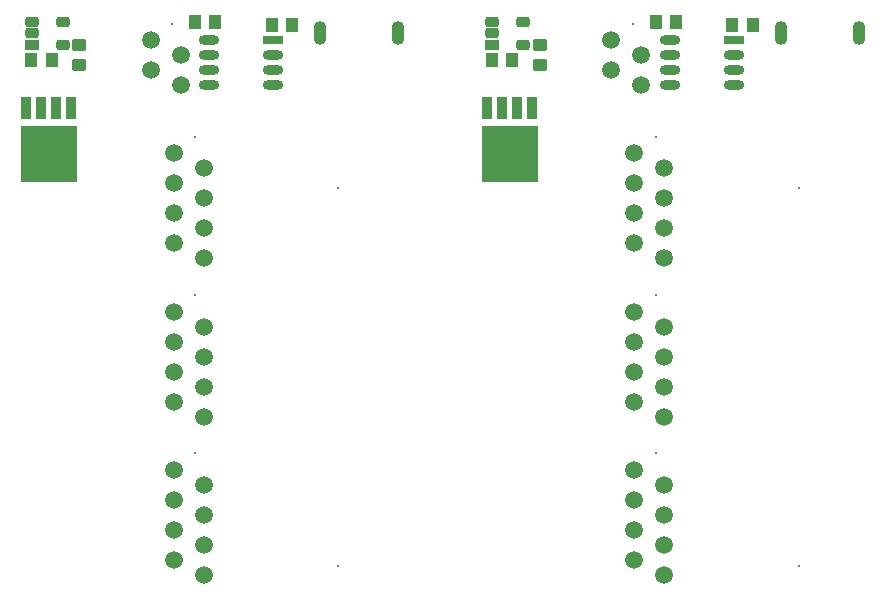
<source format=gbs>
G04*
G04 #@! TF.GenerationSoftware,Altium Limited,Altium Designer,21.6.1 (37)*
G04*
G04 Layer_Color=16711935*
%FSLAX25Y25*%
%MOIN*%
G70*
G04*
G04 #@! TF.SameCoordinates,FC2F02F7-AC22-4359-8BDB-CA83A4D5B66C*
G04*
G04*
G04 #@! TF.FilePolarity,Negative*
G04*
G01*
G75*
G04:AMPARAMS|DCode=42|XSize=47.24mil|YSize=43.31mil|CornerRadius=8.37mil|HoleSize=0mil|Usage=FLASHONLY|Rotation=0.000|XOffset=0mil|YOffset=0mil|HoleType=Round|Shape=RoundedRectangle|*
%AMROUNDEDRECTD42*
21,1,0.04724,0.02657,0,0,0.0*
21,1,0.03051,0.04331,0,0,0.0*
1,1,0.01673,0.01526,-0.01329*
1,1,0.01673,-0.01526,-0.01329*
1,1,0.01673,-0.01526,0.01329*
1,1,0.01673,0.01526,0.01329*
%
%ADD42ROUNDEDRECTD42*%
%ADD46O,0.04331X0.07874*%
%ADD47C,0.00787*%
%ADD48C,0.05906*%
G04:AMPARAMS|DCode=49|XSize=47.24mil|YSize=43.31mil|CornerRadius=8.37mil|HoleSize=0mil|Usage=FLASHONLY|Rotation=90.000|XOffset=0mil|YOffset=0mil|HoleType=Round|Shape=RoundedRectangle|*
%AMROUNDEDRECTD49*
21,1,0.04724,0.02657,0,0,90.0*
21,1,0.03051,0.04331,0,0,90.0*
1,1,0.01673,0.01329,0.01526*
1,1,0.01673,0.01329,-0.01526*
1,1,0.01673,-0.01329,-0.01526*
1,1,0.01673,-0.01329,0.01526*
%
%ADD49ROUNDEDRECTD49*%
%ADD50O,0.06890X0.03150*%
%ADD51R,0.06890X0.03150*%
%ADD52R,0.04724X0.03386*%
G04:AMPARAMS|DCode=53|XSize=47.24mil|YSize=33.86mil|CornerRadius=10.43mil|HoleSize=0mil|Usage=FLASHONLY|Rotation=0.000|XOffset=0mil|YOffset=0mil|HoleType=Round|Shape=RoundedRectangle|*
%AMROUNDEDRECTD53*
21,1,0.04724,0.01299,0,0,0.0*
21,1,0.02638,0.03386,0,0,0.0*
1,1,0.02087,0.01319,-0.00650*
1,1,0.02087,-0.01319,-0.00650*
1,1,0.02087,-0.01319,0.00650*
1,1,0.02087,0.01319,0.00650*
%
%ADD53ROUNDEDRECTD53*%
%ADD54R,0.18587X0.18987*%
%ADD55R,0.03187X0.07287*%
D42*
X20079Y185236D02*
D03*
Y178543D02*
D03*
X173622Y185236D02*
D03*
Y178543D02*
D03*
D46*
X126378Y189370D02*
D03*
X100394D02*
D03*
X279921D02*
D03*
X253937D02*
D03*
D47*
X106299Y137795D02*
D03*
Y11811D02*
D03*
X58661Y49213D02*
D03*
Y101969D02*
D03*
X51024Y192402D02*
D03*
X58661Y154724D02*
D03*
X259842Y137795D02*
D03*
Y11811D02*
D03*
X212205Y49213D02*
D03*
Y101969D02*
D03*
X204567Y192402D02*
D03*
X212205Y154724D02*
D03*
D48*
X51575Y43701D02*
D03*
X61575Y38701D02*
D03*
X51575Y33701D02*
D03*
X61575Y28701D02*
D03*
X51575Y23701D02*
D03*
X61575Y18701D02*
D03*
X51575Y13701D02*
D03*
X61575Y8701D02*
D03*
Y61457D02*
D03*
X51575Y66457D02*
D03*
X61575Y71457D02*
D03*
X51575Y76457D02*
D03*
X61575Y81457D02*
D03*
X51575Y86457D02*
D03*
X61575Y91457D02*
D03*
X51575Y96457D02*
D03*
X53937Y171890D02*
D03*
X43937Y176890D02*
D03*
X53937Y181890D02*
D03*
X43937Y186890D02*
D03*
X61575Y114213D02*
D03*
X51575Y119213D02*
D03*
X61575Y124213D02*
D03*
X51575Y129213D02*
D03*
X61575Y134213D02*
D03*
X51575Y139213D02*
D03*
X61575Y144213D02*
D03*
X51575Y149213D02*
D03*
X205118Y43701D02*
D03*
X215118Y38701D02*
D03*
X205118Y33701D02*
D03*
X215118Y28701D02*
D03*
X205118Y23701D02*
D03*
X215118Y18701D02*
D03*
X205118Y13701D02*
D03*
X215118Y8701D02*
D03*
Y61457D02*
D03*
X205118Y66457D02*
D03*
X215118Y71457D02*
D03*
X205118Y76457D02*
D03*
X215118Y81457D02*
D03*
X205118Y86457D02*
D03*
X215118Y91457D02*
D03*
X205118Y96457D02*
D03*
X207480Y171890D02*
D03*
X197480Y176890D02*
D03*
X207480Y181890D02*
D03*
X197480Y186890D02*
D03*
X215118Y114213D02*
D03*
X205118Y119213D02*
D03*
X215118Y124213D02*
D03*
X205118Y129213D02*
D03*
X215118Y134213D02*
D03*
X205118Y139213D02*
D03*
X215118Y144213D02*
D03*
X205118Y149213D02*
D03*
D49*
X90945Y191929D02*
D03*
X84252D02*
D03*
X65354Y192913D02*
D03*
X58661D02*
D03*
X4134Y180315D02*
D03*
X10827D02*
D03*
X244488Y191929D02*
D03*
X237795D02*
D03*
X218898Y192913D02*
D03*
X212205D02*
D03*
X157677Y180315D02*
D03*
X164370D02*
D03*
D50*
X63386Y172087D02*
D03*
Y177087D02*
D03*
Y182087D02*
D03*
Y187087D02*
D03*
X84646Y172087D02*
D03*
Y177087D02*
D03*
Y182087D02*
D03*
X216929Y172087D02*
D03*
Y177087D02*
D03*
Y182087D02*
D03*
Y187087D02*
D03*
X238189Y172087D02*
D03*
Y177087D02*
D03*
Y182087D02*
D03*
D51*
X84646Y187087D02*
D03*
X238189D02*
D03*
D52*
X4213Y185433D02*
D03*
X157756D02*
D03*
D53*
X4213Y189173D02*
D03*
Y192913D02*
D03*
X14567Y185433D02*
D03*
Y192913D02*
D03*
X157756Y189173D02*
D03*
Y192913D02*
D03*
X168110Y185433D02*
D03*
Y192913D02*
D03*
D54*
X9980Y149140D02*
D03*
X163524D02*
D03*
D55*
X17480Y164173D02*
D03*
X12480D02*
D03*
X7480D02*
D03*
X2480D02*
D03*
X171024D02*
D03*
X166024D02*
D03*
X161024D02*
D03*
X156024D02*
D03*
M02*

</source>
